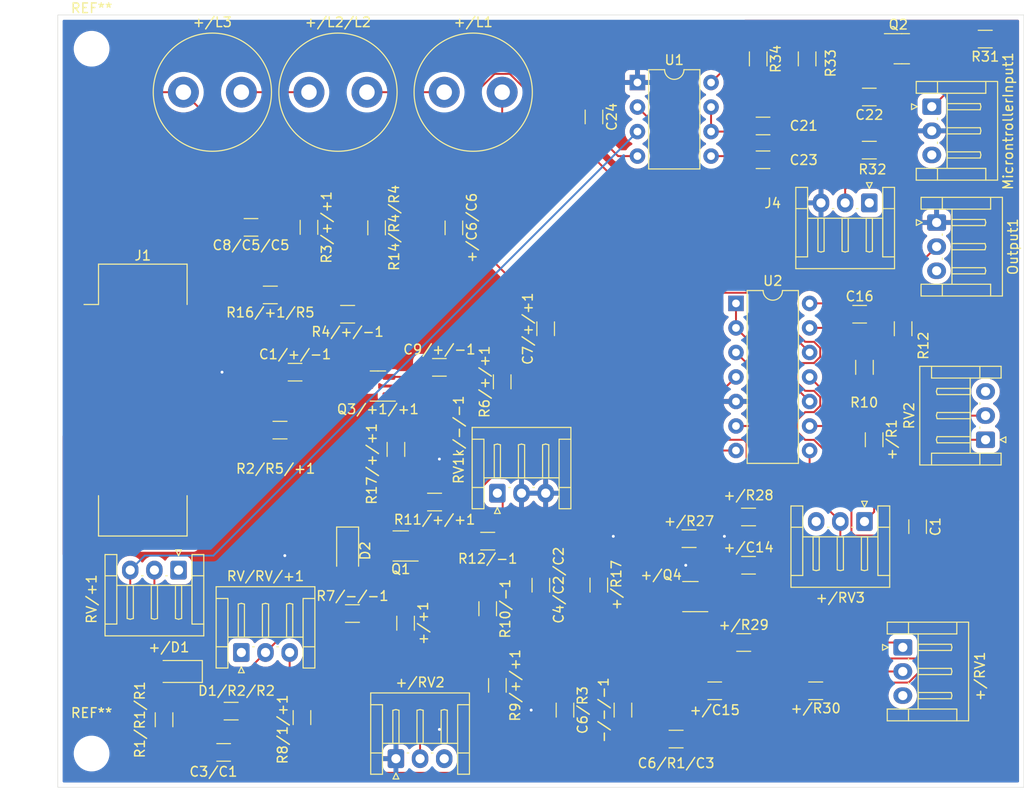
<source format=kicad_pcb>
(kicad_pcb (version 20221018) (generator pcbnew)
  (layers (0 "F.Cu" signal) (31 "B.Cu" signal) (34 "B.Paste" user) (35 "F.Paste" user) (36 "B.SilkS" user "B.Silkscreen") (37 "F.SilkS" user "F.Silkscreen") (38 "B.Mask" user) (39 "F.Mask" user) (44 "Edge.Cuts" user))
  (net 0 "")
  (net 1 "Net-(+/+1-Pad2)")
  (net 2 "GND")
  (net 3 "Net-(+/Q4-C)")
  (net 4 "Net-(D2-A)")
  (net 5 "Net-(J4-Pin_2)")
  (net 6 "Net-(U1-TR)")
  (net 7 "Net-(Q1-C)")
  (net 8 "+12V")
  (net 9 "+5V")
  (net 10 "Net-(U1-CV)")
  (net 11 "Net-(U1-DIS)")
  (net 12 "Net-(+/C15-Pad1)")
  (net 13 "Net-(+/C15-Pad2)")
  (net 14 "Net-(+/L1-Pad1)")
  (net 15 "Net-(+/D1-K)")
  (net 17 "Net-(+/D1-A)")
  (net 18 "Net-(C16-Pad1)")
  (net 19 "Net-(C16-Pad2)")
  (net 20 "Net-(+/L2/L2-Pad1)")
  (net 21 "Net-(D2-K)")
  (net 22 "-12V")
  (net 28 "Net-(MicrontrollerInput1-Pin_1)")
  (net 29 "Net-(Output1-Pin_2)")
  (net 30 "Net-(Q2-B)")
  (net 31 "Net-(+/R29-Pad1)")
  (net 32 "Net-(+/R30-Pad1)")
  (net 34 "Net-(+/RV2-Pad2)")
  (net 37 "Net-(Q1-E)")
  (net 38 "Net-(-/-/-1-Pad2)")
  (net 39 "Net-(C1/+/-1-Pad1)")
  (net 40 "Net-(R12/-1-Pad1)")
  (net 41 "Net-(Q3/+1/+1-B)")
  (net 42 "Net-(U2A-+)")
  (net 43 "Net-(U2B--)")
  (net 44 "Net-(U2A--)")
  (net 45 "Net-(U2D-+)")
  (net 46 "Net-(U2D--)")
  (net 47 "Net-(U2C--)")
  (net 48 "Net-(+/R1-Pad2)")
  (net 50 "Net-(C8/C5/C5-Pad2)")
  (net 51 "Net-(Q3/+1/+1-C)")
  (net 52 "Net-(D1/R2/R2-Pad2)")
  (net 53 "Net-(Q3/+1/+1-E)")
  (net 54 "Net-(R8/1/+1-Pad2)")
  (footprint "Connector_IDC:IDC-Header_2x08_P2.54mm_Vertical_SMD" (layer "F.Cu") (at 108.8 74.89)
    (fp_text reference "J1")
    (fp_text value "Conn_02x08_Odd_Even")
  )
  (footprint "Capacitor_SMD:C_1206_3216Metric_Pad1.33x1.80mm_HandSolder" (layer "F.Cu") (at 171.5 92)
    (fp_text reference "+/C14")
    (fp_text value "1u")
  )
  (footprint "Resistor_SMD:R_1206_3216Metric_Pad1.30x1.75mm_HandSolder" (layer "F.Cu") (at 117.94375 107.10625)
    (fp_text reference "D1/R2/R2")
    (fp_text value "1000k")
  )
  (footprint "Package_TO_SOT_SMD:SOT-23-3" (layer "F.Cu") (at 187.3625 38.5)
    (fp_text reference "Q2")
    (fp_text value "Q_NPN_ECB")
  )
  (footprint "Resistor_SMD:R_1206_3216Metric_Pad1.30x1.75mm_HandSolder" (layer "F.Cu") (at 139 85.45 180)
    (fp_text reference "R11/+/+1")
    (fp_text value "470k")
  )
  (footprint "Resistor_SMD:R_1206_3216Metric_Pad1.30x1.75mm_HandSolder" (layer "F.Cu") (at 144.5 96.5 -90)
    (fp_text reference "R10/-1")
    (fp_text value "470k")
  )
  (footprint "Capacitor_SMD:C_1206_3216Metric_Pad1.33x1.80mm_HandSolder" (layer "F.Cu") (at 184 43.5 180)
    (fp_text reference "C22")
    (fp_text value "100n")
  )
  (footprint "Capacitor_SMD:C_1206_3216Metric_Pad1.33x1.80mm_HandSolder" (layer "F.Cu") (at 173 46.5 180)
    (fp_text reference "C21")
    (fp_text value "1p")
  )
  (footprint "Resistor_SMD:R_1206_3216Metric_Pad1.30x1.75mm_HandSolder" (layer "F.Cu") (at 177.5625 39.55 -90)
    (fp_text reference "R33")
    (fp_text value "214")
  )
  (footprint "Connector_JST:JST_EH_S3B-EH_1x03_P2.50mm_Horizontal" (layer "F.Cu") (at 119 101.0325)
    (fp_text reference "RV/RV/+1")
    (fp_text value "10k")
  )
  (footprint "Resistor_SMD:R_1206_3216Metric_Pad1.30x1.75mm_HandSolder" (layer "F.Cu") (at 133 57.05 -90)
    (fp_text reference "R14/R4/R4")
    (fp_text value "1.5k")
  )
  (footprint "MountingHole:MountingHole_3.2mm_M3" (layer "F.Cu") (at 103.5 111.5)
    (fp_text reference "REF**")
    (fp_text value "MountingHole_3.2mm_M3")
  )
  (footprint "Capacitor_SMD:C_1206_3216Metric_Pad1.33x1.80mm_HandSolder" (layer "F.Cu") (at 173 50 180)
    (fp_text reference "C23")
    (fp_text value "10p")
  )
  (footprint "Diode_SMD:D_1206_3216Metric_Pad1.42x1.75mm_HandSolder" (layer "F.Cu") (at 112.5 103 180)
    (fp_text reference "+/D1")
    (fp_text value "D")
  )
  (footprint "Diode_SMD:D_1206_3216Metric_Pad1.42x1.75mm_HandSolder" (layer "F.Cu") (at 130 90.5 -90)
    (fp_text reference "D2")
    (fp_text value "C5/D2/D2")
  )
  (footprint "Resistor_SMD:R_1206_3216Metric_Pad1.30x1.75mm_HandSolder" (layer "F.Cu") (at 187.5 67.5 90)
    (fp_text reference "R12")
    (fp_text value "1k")
  )
  (footprint "Resistor_SMD:R_1206_3216Metric_Pad1.30x1.75mm_HandSolder" (layer "F.Cu") (at 130.5 97)
    (fp_text reference "R7/-/-1")
    (fp_text value "1000k")
  )
  (footprint "Connector_JST:JST_EH_S3B-EH_1x03_P2.50mm_Horizontal" (layer "F.Cu") (at 190.4675 44.5 -90)
    (fp_text reference "MicrontrollerInput1")
    (fp_text value "Conn_01x02_Pin")
  )
  (footprint "Resistor_SMD:R_1206_3216Metric_Pad1.30x1.75mm_HandSolder" (layer "F.Cu") (at 184 49)
    (fp_text reference "R32")
    (fp_text value "10k")
  )
  (footprint "Resistor_SMD:R_1206_3216Metric_Pad1.30x1.75mm_HandSolder" (layer "F.Cu") (at 171.5 87 180)
    (fp_text reference "+/R28")
    (fp_text value "100k")
  )
  (footprint "Connector_JST:JST_EH_S3B-EH_1x03_P2.50mm_Horizontal" (layer "F.Cu") (at 190.9675 56.5 -90)
    (fp_text reference "Output1")
    (fp_text value "Conn_01x02_Pin")
  )
  (footprint "Package_TO_SOT_SMD:SOT-23-3" (layer "F.Cu") (at 133.1375 73.4375 180)
    (fp_text reference "Q3/+1/+1")
    (fp_text value "Q_NPN_ECB")
  )
  (footprint "Capacitor_SMD:C_1206_3216Metric_Pad1.33x1.80mm_HandSolder" (layer "F.Cu") (at 139.5 71.5)
    (fp_text reference "C9/+/-1")
    (fp_text value "1u")
  )
  (footprint "Resistor_SMD:R_1206_3216Metric_Pad1.30x1.75mm_HandSolder" (layer "F.Cu") (at 158.5 107 -90)
    (fp_text reference "-/-/-1")
    (fp_text value "1000k")
  )
  (footprint "Connector_JST:JST_EH_S3B-EH_1x03_P2.50mm_Horizontal" (layer "F.Cu") (at 145.5 84.5325)
    (fp_text reference "RV1k/-/-1")
    (fp_text value "10k")
  )
  (footprint "MountingHole:MountingHole_3.2mm_M3" (layer "F.Cu") (at 103.5 38.5)
    (fp_text reference "REF**")
    (fp_text value "MountingHole_3.2mm_M3")
  )
  (footprint "Resistor_SMD:R_1206_3216Metric_Pad1.30x1.75mm_HandSolder" (layer "F.Cu") (at 164 110)
    (fp_text reference "C6/R1/C3")
    (fp_text value "1000k")
  )
  (footprint "Resistor_SMD:R_1206_3216Metric_Pad1.30x1.75mm_HandSolder" (layer "F.Cu") (at 178.45 105 180)
    (fp_text reference "+/R30")
    (fp_text value "100k")
  )
  (footprint "Resistor_SMD:R_1206_3216Metric_Pad1.30x1.75mm_HandSolder" (layer "F.Cu") (at 125.275 107.775 90)
    (fp_text reference "R8/1/+1")
    (fp_text value "1000k")
  )
  (footprint "Resistor_SMD:R_1206_3216Metric_Pad1.30x1.75mm_HandSolder" (layer "F.Cu") (at 172.5 39.55 -90)
    (fp_text reference "R34")
    (fp_text value "1k")
  )
  (footprint "Inductor_THT:L_Radial_D12.0mm_P6.00mm_Murata_1900R" (layer "F.Cu") (at 113 43)
    (fp_text reference "+/L3")
    (fp_text value "100m")
  )
  (footprint "Connector_JST:JST_EH_S3B-EH_1x03_P2.50mm_Horizontal" (layer "F.Cu") (at 196.0325 79 90)
    (fp_text reference "RV2")
    (fp_text value "50k")
  )
  (footprint "Connector_JST:JST_EH_S3B-EH_1x03_P2.50mm_Horizontal" (layer "F.Cu") (at 112.5 92.5 180)
    (fp_text reference "RV/+1")
    (fp_text value "10k")
  )
  (footprint "Capacitor_SMD:C_1206_3216Metric_Pad1.33x1.80mm_HandSolder" (layer "F.Cu") (at 150 94.0625 -90)
    (fp_text reference "C4/C2/C2")
    (fp_text value "10n")
  )
  (footprint "Resistor_SMD:R_1206_3216Metric_Pad1.30x1.75mm_HandSolder" (layer "F.Cu") (at 135 80 90)
    (fp_text reference "R17/+/+1")
    (fp_text value "3k")
  )
  (footprint "Connector_JST:JST_EH_S3B-EH_1x03_P2.50mm_Horizontal" (layer "F.Cu") (at 187.4675 100.5 -90)
    (fp_text reference "+/RV1")
    (fp_text value "10k")
  )
  (footprint "Capacitor_SMD:C_1206_3216Metric_Pad1.33x1.80mm_HandSolder" (layer "F.Cu") (at 189 88 -90)
    (fp_text reference "C1")
    (fp_text value "C")
  )
  (footprint "Package_DIP:DIP-14_W7.62mm" (layer "F.Cu") (at 170.2 64.875)
    (fp_text reference "U2")
    (fp_text value "TL074")
  )
  (footprint "Resistor_SMD:R_1206_3216Metric_Pad1.30x1.75mm_HandSolder" (layer "F.Cu") (at 196 37.5 180)
    (fp_text reference "R31")
    (fp_text value "10k")
  )
  (footprint "Resistor_SMD:R_1206_3216Metric_Pad1.30x1.75mm_HandSolder" (layer "F.Cu") (at 183.5 71.5 90)
    (fp_text reference "R10")
    (fp_text value "1k")
  )
  (footprint "Resistor_SMD:R_1206_3216Metric_Pad1.30x1.75mm_HandSolder" (layer "F.Cu") (at 184.5 79 -90)
    (fp_text reference "+/R1")
    (fp_text value "100k")
  )
  (footprint "Connector_JST:JST_EH_S3B-EH_1x03_P2.50mm_Horizontal" (layer "F.Cu") (at 184 54.4675 180)
    (fp_text reference "J4")
    (fp_text value "Conn_01x03_Pin")
  )
  (footprint "Capacitor_SMD:C_1206_3216Metric_Pad1.33x1.80mm_HandSolder" (layer "F.Cu") (at 117.16875 111.38125)
    (fp_text reference "C3/C1")
    (fp_text value "56n")
  )
  (footprint "Resistor_SMD:R_1206_3216Metric_Pad1.30x1.75mm_HandSolder" (layer "F.Cu") (at 123 78 180)
    (fp_text reference "R2/R5/+1")
    (fp_text value "3k")
  )
  (footprint "Capacitor_SMD:C_1206_3216Metric_Pad1.33x1.80mm_HandSolder" (layer "F.Cu") (at 150.5 67.5 90)
    (fp_text reference "C7/+/+1")
    (fp_text value "10n")
  )
  (footprint "Connector_JST:JST_EH_S3B-EH_1x03_P2.50mm_Horizontal" (layer "F.Cu") (at 183.5 87.4675 180)
    (fp_text reference "+/RV3")
    (fp_text value "10k")
  )
  (footprint "Resistor_SMD:R_1206_3216Metric_Pad1.30x1.75mm_HandSolder" (layer "F.Cu") (at 130 66 180)
    (fp_text reference "R4/+/-1")
    (fp_text value "1000k")
  )
  (footprint "Resistor_SMD:R_1206_3216Metric_Pad1.30x1.75mm_HandSolder" (layer "F.Cu") (at 122 64 180)
    (fp_text reference "R16/+1/R5")
    (fp_text value "1000k")
  )
  (footprint "Capacitor_SMD:C_1206_3216Metric_Pad1.33x1.80mm_HandSolder" (layer "F.Cu") (at 124.5625 72)
    (fp_text reference "C1/+/-1")
    (fp_text value "1u")
  )
  (footprint "Resistor_SMD:R_1206_3216Metric_Pad1.30x1.75mm_HandSolder" (layer "F.Cu") (at 136 98 -90)
    (fp_text reference "+/+1")
    (fp_text value "1000k")
  )
  (footprint "Capacitor_SMD:C_1206_3216Metric_Pad1.33x1.80mm_HandSolder" (layer "F.Cu") (at 145.5 104.4375 -90)
    (fp_text reference "R9/+/+1")
    (fp_text value "1n")
  )
  (footprint "Resistor_SMD:R_1206_3216Metric_Pad1.30x1.75mm_HandSolder" (layer "F.Cu") (at 171 100)
    (fp_text reference "+/R29")
    (fp_text value "1k")
  )
  (footprint "Capacitor_SMD:C_1206_3216Metric_Pad1.33x1.80mm_HandSolder" (layer "F.Cu") (at 168 105 180)
    (fp_text reference "+/C15")
    (fp_text value "1u")
  )
  (footprint "Resistor_SMD:R_1206_3216Metric_Pad1.30x1.75mm_HandSolder" (layer "F.Cu") (at 126 57 -90)
    (fp_text reference "R3/+/+1")
    (fp_text value "1.5k")
  )
  (footprint "Package_DIP:DIP-8_W7.62mm" (layer "F.Cu") (at 160 42)
    (fp_text reference "U1")
    (fp_text value "NE555P")
  )
  (footprint "Capacitor_SMD:C_1206_3216Metric_Pad1.33x1.80mm_HandSolder" (layer "F.Cu") (at 183 66)
    (fp_text reference "C16")
    (fp_text value "1u")
  )
  (footprint "Package_TO_SOT_SMD:SOT-23-3" (layer "F.Cu") (at 165.4825 95.245 180)
    (fp_text reference "+/Q4")
    (fp_text value "Q_NPN_ECB")
  )
  (footprint "Capacitor_SMD:C_1206_3216Metric_Pad1.33x1.80mm_HandSolder" (layer "F.Cu") (at 120 57 180)
    (fp_text reference "C8/C5/C5")
    (fp_text value "1u")
  )
  (footprint "Resistor_SMD:R_1206_3216Metric_Pad1.30x1.75mm_HandSolder" (layer "F.Cu") (at 111 108 -90)
    (fp_text reference "R1/R1/R1")
    (fp_text value "10k")
  )
  (footprint "Resistor_SMD:R_1206_3216Metric_Pad1.30x1.75mm_HandSolder" (layer "F.Cu") (at 156 94.05 -90)
    (fp_text reference "+/R17")
    (fp_text value "1k")
  )
  (footprint "Inductor_THT:L_Radial_D12.0mm_P6.00mm_Murata_1900R" (layer "F.Cu") (at 140 43)
    (fp_text reference "+/L1")
    (fp_text value "100m")
  )
  (footprint "Capacitor_SMD:C_1206_3216Metric_Pad1.33x1.80mm_HandSolder" (layer "F.Cu") (at 155.5 45.5625 -90)
    (fp_text reference "C24")
    (fp_text value "100n")
  )
  (footprint "Package_TO_SOT_SMD:SOT-23-3" (layer "F.Cu") (at 135.5 90 180)
    (fp_text reference "Q1")
    (fp_text value "Q_NPN_ECB")
  )
  (footprint "Connector_JST:JST_EH_S3B-EH_1x03_P2.50mm_Horizontal" (layer "F.Cu") (at 135 112.0325)
    (fp_text reference "+/RV2")
    (fp_text value "10k")
  )
  (footprint "Inductor_THT:L_Radial_D12.0mm_P6.00mm_Murata_1900R" (layer "F.Cu") (at 126 43)
    (fp_text reference "+/L2/L2")
    (fp_text value "100m")
  )
  (footprint "Resistor_SMD:R_1206_3216Metric_Pad1.30x1.75mm_HandSolder" (layer "F.Cu") (at 152.5 107 -90)
    (fp_text reference "C6/R3")
    (fp_text value "1000k")
  )
  (footprint "Resistor_SMD:R_1206_3216Metric_Pad1.30x1.75mm_HandSolder" (layer "F.Cu") (at 144.5 89.5 180)
    (fp_text reference "R12/-1")
    (fp_text value "100")
  )
  (footprint "Resistor_SMD:R_1206_3216Metric_Pad1.30x1.75mm_HandSolder" (layer "F.Cu") (at 146 73 90)
    (fp_text reference "R6/+/+1")
    (fp_text value "3k")
  )
  (footprint "Capacitor_SMD:C_1206_3216Metric_Pad1.33x1.80mm_HandSolder" (layer "F.Cu") (at 141 57.05 -90)
    (fp_text reference "+/C6/C6")
    (fp_text value "1n")
  )
  (footprint "Resistor_SMD:R_1206_3216Metric_Pad1.30x1.75mm_HandSolder" (layer "F.Cu") (at 165.345 89.245)
    (fp_text reference "+/R27")
    (fp_text value "100k")
  )
  (gr_rect (start 100 35) (end 200 115) (stroke (width 0.05)) (fill none) (layer "Edge.Cuts"))
  (gr_text "Trigger" (at 162.5 55.5) (layer "F.Cu") (effects (font (size 1.5 1.5) (thickness 0.3) bold) (justify left bottom)))
  (gr_text "Noise\n" (at 175 98) (layer "F.Cu") (effects (font (size 1.5 1.5) (thickness 0.3) bold) (justify left bottom)))
  (segment (start 154 72) (end 151.0625 69.0625) (width 0.2) (layer "F.Cu") (net 1))
  (segment (start 136 99.55) (end 141.1125 99.55) (width 0.2) (layer "F.Cu") (net 1))
  (segment (start 151.0625 69.0625) (end 150.5 69.0625) (width 0.2) (layer "F.Cu") (net 1))
  (segment (start 150 92.5) (end 154 88.5) (width 0.2) (layer "F.Cu") (net 1))
  (segment (start 163.5 113.5) (end 130 113.5) (width 0.2) (layer "F.Cu") (net 1))
  (segment (start 134.45 99.55) (end 136 99.55) (width 0.2) (layer "F.Cu") (net 1))
  (segment (start 164 106.5) (end 164 113) (width 0.2) (layer "F.Cu") (net 1))
  (segment (start 145.0625 102.4375) (end 145.5 102.875) (width 0.2) (layer "F.Cu") (net 1))
  (segment (start 130 113.5) (end 130 104) (width 0.2) (layer "F.Cu") (net 1))
  (segment (start 150 92.5) (end 164 106.5) (width 0.2) (layer "F.Cu") (net 1))
  (segment (start 156 92.5) (end 150 92.5) (width 0.2) (layer "F.Cu") (net 1))
  (segment (start 141.1125 99.55) (end 144 102.4375) (width 0.2) (layer "F.Cu") (net 1))
  (segment (start 144 102.4375) (end 145.0625 102.4375) (width 0.2) (layer "F.Cu") (net 1))
  (segment (start 154 88.5) (end 154 72) (width 0.2) (layer "F.Cu") (net 1))
  (segment (start 130 104) (end 134.45 99.55) (width 0.2) (layer "F.Cu") (net 1))
  (segment (start 164 113) (end 163.5 113.5) (width 0.2) (layer "F.Cu") (net 1))
  (via (at 123.5 91) (size 0.6) (drill 0.3) (layers "F.Cu" "B.Cu") (net 2))
  (via (at 117 72) (size 0.6) (drill 0.3) (layers "F.Cu" "B.Cu") (net 2))
  (via (at 157.5 89) (size 0.6) (drill 0.3) (layers "F.Cu" "B.Cu") (net 2))
  (via (at 165 92) (size 0.6) (drill 0.3) (layers "F.Cu" "B.Cu") (net 2))
  (via (at 169 89) (size 0.6) (drill 0.3) (layers "F.Cu" "B.Cu") (net 2))
  (via (at 139.5 109) (size 0.6) (drill 0.3) (layers "F.Cu" "B.Cu") (net 2))
  (via (at 149 107) (size 0.6) (drill 0.3) (layers "F.Cu" "B.Cu") (net 2))
  (via (at 139.5 81) (size 0.6) (drill 0.3) (layers "F.Cu" "B.Cu") (net 2))
  (segment (start 169.7825 92) (end 169.65 92) (width 0.2) (layer "F.Cu") (net 3))
  (segment (start 168.915 92) (end 166.62 94.295) (width 0.2) (layer "F.Cu") (net 3))
  (segment (start 169.7825 92) (end 168.915 92) (width 0.2) (layer "F.Cu") (net 3))
  (segment (start 169.65 92) (end 166.895 89.245) (width 0.2) (layer "F.Cu") (net 3))
  (segment (start 133.05 98) (end 132.05 97) (width 0.2) (layer "F.Cu") (net 4))
  (segment (start 147.875 95.625) (end 147 96.5) (width 0.2) (layer "F.Cu") (net 4))
  (segment (start 150 95.625) (end 147.875 95.625) (width 0.2) (layer "F.Cu") (net 4))
  (segment (start 147 96.5) (end 139.565686 96.5) (width 0.2) (layer "F.Cu") (net 4))
  (segment (start 132.05 97) (end 132.05 94.0375) (width 0.2) (layer "F.Cu") (net 4))
  (segment (start 138 98) (end 133.05 98) (width 0.2) (layer "F.Cu") (net 4))
  (segment (start 139.15 96.85) (end 138 98) (width 0.2) (layer "F.Cu") (net 4))
  (segment (start 139.215686 96.85) (end 139.15 96.85) (width 0.2) (layer "F.Cu") (net 4))
  (segment (start 132.05 94.0375) (end 130 91.9875) (width 0.2) (layer "F.Cu") (net 4))
  (segment (start 139.565686 96.5) (end 139.215686 96.85) (width 0.2) (layer "F.Cu") (net 4))
  (segment (start 185.5625 43.5) (end 185.5625 48.9875) (width 0.2) (layer "F.Cu") (net 5))
  (segment (start 185.55 49) (end 181.5 53.05) (width 0.2) (layer "F.Cu") (net 5))
  (segment (start 185.5625 48.9875) (end 185.55 49) (width 0.2) (layer "F.Cu") (net 5))
  (segment (start 186.225 39.45) (end 186.225 42.8375) (width 0.2) (layer "F.Cu") (net 5))
  (segment (start 181.5 53.05) (end 181.5 54.4675) (width 0.2) (layer "F.Cu") (net 5))
  (segment (start 186.225 42.8375) (end 185.5625 43.5) (width 0.2) (layer "F.Cu") (net 5))
  (segment (start 182.45 49) (end 182.45 43.5125) (width 0.2) (layer "F.Cu") (net 6))
  (segment (start 182.4375 43.5) (end 179.9625 43.5) (width 0.2) (layer "F.Cu") (net 6))
  (segment (start 160 44.54) (end 167.46 52) (width 0.2) (layer "F.Cu") (net 6))
  (segment (start 182.45 43.5125) (end 182.4375 43.5) (width 0.2) (layer "F.Cu") (net 6))
  (segment (start 167.46 52) (end 179.45 52) (width 0.2) (layer "F.Cu") (net 6))
  (segment (start 179.45 52) (end 182.45 49) (width 0.2) (layer "F.Cu") (net 6))
  (segment (start 179.9625 43.5) (end 177.5625 41.1) (width 0.2) (layer "F.Cu") (net 6))
  (segment (start 143.175 58.6125) (end 150.5 65.9375) (width 0.2) (layer "F.Cu") (net 7))
  (segment (start 141 58.6125) (end 140.9875 58.6) (width 0.2) (layer "F.Cu") (net 7))
  (segment (start 136.95 89.05) (end 140.55 85.45) (width 0.2) (layer "F.Cu") (net 7))
  (segment (start 148 67.5) (end 149.5625 65.9375) (width 0.2) (layer "F.Cu") (net 7))
  (segment (start 141 58.6125) (end 143.175 58.6125) (width 0.2) (layer "F.Cu") (net 7))
  (segment (start 136.6375 89.05) (end 136.95 89.05) (width 0.2) (layer "F.Cu") (net 7))
  (segment (start 129.5 57) (end 121.5625 57) (width 0.2) (layer "F.Cu") (net 7))
  (segment (start 149.5625 65.9375) (end 150.5 65.9375) (width 0.2) (layer "F.Cu") (net 7))
  (segment (start 140.9875 58.6) (end 133 58.6) (width 0.2) (layer "F.Cu") (net 7))
  (segment (start 146 53.6125) (end 146 43) (width 0.2) (layer "F.Cu") (net 7))
  (segment (start 140.55 85.45) (end 148 78) (width 0.2) (layer "F.Cu") (net 7))
  (segment (start 148 78) (end 148 67.5) (width 0.2) (layer "F.Cu") (net 7))
  (segment (start 131.1 58.6) (end 129.5 57) (width 0.2) (layer "F.Cu") (net 7))
  (segment (start 133 58.6) (end 131.1 58.6) (width 0.2) (layer "F.Cu") (net 7))
  (segment (start 141 58.6125) (end 146 53.6125) (width 0.2) (layer "F.Cu") (net 7))
  (segment (start 186.577817 88.922183) (end 187.5 88) (width 0.2) (layer "F.Cu") (net 8))
  (segment (start 182.15 88.584314) (end 182.487869 88.922183) (width 0.2) (layer "F.Cu") (net 8))
  (segment (start 171 79) (end 169 79) (width 0.2) (layer "F.Cu") (net 8))
  (segment (start 178.275635 76.135) (end 177.364365 76.135) (width 0.2) (layer "F.Cu") (net 8))
  (segment (start 182.15 82.889365) (end 182.15 88.584314) (width 0.2) (layer "F.Cu") (net 8))
  (segment (start 176.5 76.999365) (end 176.5 78.150635) (width 0.2) (layer "F.Cu") (net 8))
  (segment (start 178.275635 71.055) (end 176.445 71.055) (width 0.2) (layer "F.Cu") (net 8))
  (segment (start 105 76.16) (end 102.16 76.16) (width 0.2) (layer "F.Cu") (net 8))
  (segment (start 183.35 104.15) (end 180.5 107) (width 0.2) (layer "F.Cu") (net 8))
  (segment (start 187.5 88) (end 190.5 88) (width 0.2) (layer "F.Cu") (net 8))
  (segment (start 133 55.5) (end 126.05 55.5) (width 0.2) (layer "F.Cu") (net 8))
  (segment (start 178.92 70.410635) (end 178.275635 71.055) (width 0.2) (layer "F.Cu") (net 8))
  (segment (start 178.92 75.490635) (end 178.275635 76.135) (width 0.2) (layer "F.Cu") (net 8))
  (segment (start 141 55.4875) (end 141 45.312994) (width 0.2) (layer "F.Cu") (net 8))
  (segment (start 178.275635 68.855) (end 178.92 69.499365) (width 0.2) (layer "F.Cu") (net 8))
  (segment (start 177.364365 73.935) (end 178.275635 73.935) (width 0.2) (layer "F.Cu") (net 8))
  (segment (start 163.795 89.245) (end 171.3 81.74) (width 0.2) (layer "F.Cu") (net 8))
  (segment (start 182.487869 88.922183) (end 186.577817 88.922183) (width 0.2) (layer "F.Cu") (net 8))
  (segment (start 190.5 88) (end 191 88.5) (width 0.2) (layer "F.Cu") (net 8))
  (segment (start 180.5 107) (end 179.5 107) (width 0.2) (layer "F.Cu") (net 8))
  (segment (start 126.05 55.5) (end 126 55.45) (width 0.2) (layer "F.Cu") (net 8))
  (segment (start 133.0125 55.4875) (end 133 55.5) (width 0.2) (layer "F.Cu") (net 8))
  (segment (start 113 43) (end 106 43) (width 0.2) (layer "F.Cu") (net 8))
  (segment (start 178.5 106) (end 178.5 103.597183) (width 0.2) (layer "F.Cu") (net 8))
  (segment (start 125.45 55.45) (end 113 43) (width 0.2) (layer "F.Cu") (net 8))
  (segment (start 171.3 81.74) (end 171.3 79.3) (width 0.2) (layer "F.Cu") (net 8))
  (segment (start 101.5 75.5) (end 101.5 47.5) (width 0.2) (layer "F.Cu") (net 8))
  (segment (start 169 79) (end 168 78) (width 0.2) (layer "F.Cu") (net 8))
  (segment (start 163 96.5) (end 163 90.04) (width 0.2) (layer "F.Cu") (net 8))
  (segment (start 168 74.695) (end 170.2 72.495) (width 0.2) (layer "F.Cu") (net 8))
  (segment (start 163 90.04) (end 163.795 89.245) (width 0.2) (layer "F.Cu") (net 8))
  (segment (start 178.92 69.499365) (end 178.92 70.410635) (width 0.2) (layer "F.Cu") (net 8))
  (segment (start 176.445 71.055) (end 176.445 73.015635) (width 0.2) (layer "F.Cu") (net 8))
  (segment (start 146.787006 41.1) (end 163.5 57.812994) (width 0.2) (layer "F.Cu") (net 8))
  (segment (start 112.6 76.16) (end 105 76.16) (width 0.2) (layer "F.Cu") (net 8))
  (segment (start 178.275635 79.015) (end 182.15 82.889365) (width 0.2) (layer "F.Cu") (net 8))
  (segment (start 102.16 76.16) (end 101.5 75.5) (width 0.2) (layer "F.Cu") (net 8))
  (segment (start 177.364365 68.855) (end 178.275635 68.855) (width 0.2) (layer "F.Cu") (net 8))
  (segment (start 178.5 103.597183) (end 178.402817 103.5) (width 0.2) (layer "F.Cu") (net 8))
  (segment (start 179.5 107) (end 178.5 106) (width 0.2) (layer "F.Cu") (net 8))
  (segment (start 163.5 57.812994) (end 166.322359 57.812994) (width 0.2) (layer "F.Cu") (net 8))
  (segment (start 168 78) (end 168 74.695) (width 0.2) (layer "F.Cu") (net 8))
  (segment (start 191 101.218846) (end 188.068846 104.15) (width 0.2) (layer "F.Cu") (net 8))
  (segment (start 176.445 73.015635) (end 177.364365 73.935) (width 0.2) (layer "F.Cu") (net 8))
  (segment (start 177.364365 79.015) (end 178.275635 79.015) (width 0.2) (layer "F.Cu") (net 8))
  (segment (start 141 55.4875) (end 133.0125 55.4875) (width 0.2) (layer "F.Cu") (net 8))
  (segment (start 170 103.5) (end 163 96.5) (width 0.2) (layer "F.Cu") (net 8))
  (segment (start 178.275635 73.935) (end 178.92 74.579365) (width 0.2) (layer "F.Cu") (net 8))
  (segment (start 166.322359 57.812994) (end 177.364365 68.855) (width 0.2) (layer "F.Cu") (net 8))
  (segment (start 188.068846 104.15) (end 183.35 104.15) (width 0.2) (layer "F.Cu") (net 8))
  (segment (start 178.402817 103.5) (end 170 103.5) (width 0.2) (layer "F.Cu") (net 8))
  (segment (start 178.92 74.579365) (end 178.92 75.490635) (width 0.2) (layer "F.Cu") (net 8))
  (segment (start 176.5 78.150635) (end 177.364365 79.015) (width 0.2) (layer "F.Cu") (net 8))
  (segment (start 145.212994 41.1) (end 146.787006 41.1) (width 0.2) (layer "F.Cu") (net 8))
  (segment (start 191 88.5) (end 191 101.218846) (width 0.2) (layer "F.Cu") (net 8))
  (segment (start 177.364365 76.135) (end 176.5 76.999365) (width 0.2) (layer "F.Cu") (net 8))
  (segment (start 141 45.312994) (end 145.212994 41.1) (width 0.2) (layer "F.Cu") (net 8))
  (segment (start 171.3 79.3) (end 171 79) (width 0.2) (layer "F.Cu") (net 8))
  (segment (start 126 55.45) (end 125.45 55.45) (width 0.2) (layer "F.Cu") (net 8))
  (segment (start 101.5 47.5) (end 106 43) (width 0.2) (layer "F.Cu") (net 8))
  (segment (start 172.5 38) (end 171.62 38) (width 0.2) (layer "F.Cu") (net 9))
  (segment (start 152 43.625) (end 152 36) (width 0.2) (layer "F.Cu") (net 9))
  (segment (start 101 78) (end 101 46.5) (width 0.2) (layer "F.Cu") (net 9))
  (segment (start 171.62 38) (end 167.62 42) (width 0.2) (layer "F.Cu") (net 9))
  (segment (start 155.5 47.125) (end 152 43.625) (width 0.2) (layer "F.Cu") (net 9))
  (segment (start 105 78.7) (end 112.6 78.7) (width 0.2) (layer "F.Cu") (net 9))
  (segment (start 160 49.62) (end 157.995 49.62) (width 0.2) (layer "F.Cu") (net 9))
  (segment (start 152 36) (end 170.5 36) (width 0.2) (layer "F.Cu") (net 9))
  (segment (start 157.995 49.62) (end 155.5 47.125) (width 0.2) (layer "F.Cu") (net 9))
  (segment (start 101 46.5) (end 111.5 36) (width 0.2) (layer "F.Cu") (net 9))
  (segment (start 111.5 36) (end 152 36) (width 0.2) (layer "F.Cu") (net 9))
  (segment (start 101.7 78.7) (end 101 78) (width 0.2) (layer "F.Cu") (net 9))
  (segment (start 105 78.7) (end 101.7 78.7) (width 0.2) (layer "F.Cu") (net 9))
  (segment (start 177.5625 38) (end 172.5 38) (width 0.2) (layer "F.Cu") (net 9))
  (segment (start 172.5 38) (end 170.5 36) (width 0.2) (layer "F.Cu") (net 9))
  (segment (start 171.4375 50) (end 171.0575 49.62) (width 0.2) (layer "F.Cu") (net 10))
  (segment (start 171.0575 49.62) (end 167.62 49.62) (width 0.2) (layer "F.Cu") (net 10))
  (segment (start 172.5 45.4375) (end 171.4375 46.5) (width 0.2) (layer "F.Cu") (net 11))
  (segment (start 170.8575 47.08) (end 167.62 47.08) (width 0.2) (layer "F.Cu") (net 11))
  (segment (start 167.62 47.08) (end 167.62 44.54) (width 0.2) (layer "F.Cu") (net 11))
  (segment (start 171.4375 46.5) (end 170.8575 47.08) (width 0.2) (layer "F.Cu") (net 11))
  (segment (start 172.5 41.55) (end 172.5 45.4375) (width 0.2) (layer "F.Cu") (net 11))
  (segment (start 160.5 86) (end 166.385 80.115) (width 0.2) (layer "F.Cu") (net 12))
  (segment (start 160.5 95.5) (end 160.5 86) (width 0.2) (layer "F.Cu") (net 12))
  (segment (start 166.385 80.115) (end 170.2 80.115) (width 0.2) (layer "F.Cu") (net 12))
  (segment (start 169.5625 105) (end 169.5625 104.5625) (width 0.2) (layer "F.Cu") (net 12))
  (segment (start 169.5625 104.5625) (end 160.5 95.5) (width 0.2) (layer "F.Cu") (net 12))
  (segment (start 176.9 105) (end 169.5625 105) (width 0.2) (layer "F.Cu") (net 12))
  (segment (start 165.4 105) (end 156 95.6) (width 0.2) (layer "F.Cu") (net 13))
  (segment (start 166.4375 105) (end 165.4 105) (width 0.2) (layer "F.Cu") (net 13))
  (segment (start 132 43) (end 140 43) (width 0.2) (layer "F.Cu") (net 14))
  (segment (start 113.9875 105.4875) (end 115.60625 107.10625) (width 0.2) (layer "F.Cu") (net 15))
  (segment (start 110 99.0125) (end 110 92.5) (width 0.2) (layer "F.Cu") (net 15))
  (segment (start 115.60625 107.10625) (end 116.39375 107.10625) (width 0.2) (layer "F.Cu") (net 15))
  (segment (start 113.9875 103) (end 113.9875 105.4875) (width 0.2) (layer "F.Cu") (net 15))
  (segment (start 113.9875 103) (end 110 99.0125) (width 0.2) (layer "F.Cu") (net 15))
  (segment (start 116.39375 107.10625) (end 115.60625 107.89375) (width 0.2) (layer "F.Cu") (net 15))
  (segment (start 115.60625 107.89375) (end 115.60625 111.38125) (width 0.2) (layer "F.Cu") (net 15))
  (segment (start 111.0125 103) (end 111 103.0125) (width 0.2) (layer "F.Cu") (net 17))
  (segment (start 107.5 99.4875) (end 107.5 92.5) (width 0.2) (layer "F.Cu") (net 17))
  (segment (start 111.0125 103) (end 107.5 99.4875) (width 0.2) (layer "F.Cu") (net 17))
  (segment (start 111 103.0125) (end 111 106.45) (width 0.2) (layer "F.Cu") (net 17))
  (segment (start 160 47.08) (end 160 47.102817) (width 0.2) (layer "B.Cu") (net 17))
  (segment (start 116.102817 91) (end 109 91) (width 0.2) (layer "B.Cu") (net 17))
  (segment (start 109 91) (end 107.5 92.5) (width 0.2) (layer "B.Cu") (net 17))
  (segment (start 160 47.102817) (end 116.102817 91) (width 0.2) (layer "B.Cu") (net 17))
  (segment (start 185 68.5) (end 193 76.5) (width 0.2) (layer "F.Cu") (net 18))
  (segment (start 181.4375 66) (end 183.9375 68.5) (width 0.2) (layer "F.Cu") (net 18))
  (segment (start 180.3125 64.875) (end 177.82 64.875) (width 0.2) (layer "F.Cu") (net 18))
  (segment (start 181.4375 66) (end 180.3125 64.875) (width 0.2) (layer "F.Cu") (net 18))
  (segment (start 193 76.5) (end 196.0325 76.5) (width 0.2) (layer "F.Cu") (net 18))
  (segment (start 183.9375 68.5) (end 185 68.5) (width 0.2) (layer "F.Cu") (net 18))
  (segment (start 187.5 65.95) (end 184.6125 65.95) (width 0.2) (layer "F.Cu") (net 19))
  (segment (start 184.6125 65.95) (end 184.5625 66) (width 0.2) (layer "F.Cu") (net 19))
  (segment (start 119 43) (end 126 43) (width 0.2) (layer "F.Cu") (net 20))
  (segment (start 130.9875 90) (end 130 89.0125) (width 0.2) (layer "F.Cu") (net 21))
  (segment (start 136 96.45) (end 134.3625 94.8125) (width 0.2) (layer "F.Cu") (net 21))
  (segment (start 136 96.45) (end 139.05 96.45) (width 0.2) (layer "F.Cu") (net 21))
  (segment (start 144.45 95) (end 144.5 94.95) (width 0.2) (layer "F.Cu") (net 21))
  (segment (start 134.3625 88.5375) (end 137.45 85.45) (width 0.2) (layer "F.Cu") (net 21))
  (segment (start 134.3625 94.8125) (end 134.3625 90) (width 0.2) (layer "F.Cu") (net 21))
  (segment (start 134.3625 90) (end 134.3625 88.5375) (width 0.2) (layer "F.Cu") (net 21))
  (segment (start 139.05 96.45) (end 140.5 95) (width 0.2) (layer "F.Cu") (net 21))
  (segment (start 140.5 95) (end 144.45 95) (width 0.2) (layer "F.Cu") (net 21))
  (segment (start 134.3625 90) (end 130.9875 90) (width 0.2) (layer "F.Cu") (net 21))
  (segment (start 186 76.5) (end 187.5 76.5) (width 0.2) (layer "F.Cu") (net 22))
  (segment (start 119 70) (end 115 66) (width 0.2) (layer "F.Cu") (net 22))
  (segment (start 199 109) (end 194 114) (width 0.2) (layer "F.Cu") (net 22))
  (segment (start 103.5 105.5) (end 101 105.5) (width 0.2) (layer "F.Cu") (net 22))
  (segment (start 119 85) (end 119 70) (width 0.2) (layer "F.Cu") (net 22))
  (segment (start 107.5 114) (end 107.5 109) (width 0.2) (layer "F.Cu") (net 22))
  (segment (start 194 114) (end 107.5 114) (width 0.2) (layer "F.Cu") (net 22))
  (segment (start 101 91.5) (end 102.5 90) (width 0.2) (layer "F.Cu") (net 22))
  (segment (start 177.82 72.495) (end 181.325 76) (width 0.2) (layer "F.Cu") (net 22))
  (segment (start 114 90) (end 119 85) (width 0.2) (layer "F.Cu") (net 22))
  (segment (start 107 109) (end 103.5 105.5) (width 0.2) (layer "F.Cu") (net 22))
  (segment (start 199 88) (end 199 109) (width 0.2) (layer "F.Cu") (net 22))
  (segment (start 187.5 76.5) (end 199 88) (width 0.2) (layer "F.Cu") (net 22))
  (segment (start 181.325 76) (end 185.5 76) (width 0.2) (layer "F.Cu") (net 22))
  (segment (start 102.5 90) (end 114 90) (width 0.2) (layer "F.Cu") (net 22))
  (segment (start 105 66) (end 112.6 66) (width 0.2) (layer "F.Cu") (net 22))
  (segment (start 107.5 109) (end 107 109) (width 0.2) (layer "F.Cu") (net 22))
  (segment (start 185.5 76) (end 186 76.5) (width 0.2) (layer "F.Cu") (net 22))
  (segment (start 115 66) (end 112.6 66) (width 0.2) (layer "F.Cu") (net 22))
  (segment (start 101 105.5) (end 101 91.5) (width 0.2) (layer "F.Cu") (net 22))
  (segment (start 190.55 44.5) (end 197.55 37.5) (width 0.2) (layer "F.Cu") (net 28))
  (segment (start 190.4675 44.5) (end 190.55 44.5) (width 0.2) (layer "F.Cu") (net 28))
  (segment (start 189 60.9675) (end 189 68) (width 0.2) (layer "F.Cu") (net 29))
  (segment (start 190.9675 59) (end 189 60.9675) (width 0.2) (layer "F.Cu") (net 29))
  (segment (start 189 68) (end 187.95 69.05) (width 0.2) (layer "F.Cu") (net 29))
  (segment (start 187.95 69.05) (end 187.5 69.05) (width 0.2) (layer "F.Cu") (net 29))
  (segment (start 189.5 37.5) (end 188.5 38.5) (width 0.2) (layer "F.Cu") (net 30))
  (segment (start 194.45 37.5) (end 189.5 37.5) (width 0.2) (layer "F.Cu") (net 30))
  (segment (start 182 90) (end 181 89) (width 0.2) (layer "F.Cu") (net 31))
  (segment (start 190 101) (end 190 90.5625) (width 0.2) (layer "F.Cu") (net 31))
  (segment (start 169.45 100) (end 171.1 101.65) (width 0.2) (layer "F.Cu") (net 31))
  (segment (start 188.5625 90) (end 182 90) (width 0.2) (layer "F.Cu") (net 31))
  (segment (start 181 89) (end 181 87.4675) (width 0.2) (layer "F.Cu") (net 31))
  (segment (start 171.1 101.65) (end 189.35 101.65) (width 0.2) (layer "F.Cu") (net 31))
  (segment (start 189.35 101.65) (end 190 101) (width 0.2) (layer "F.Cu") (net 31))
  (segment (start 190 90.5625) (end 189 89.5625) (width 0.2) (layer "F.Cu") (net 31))
  (segment (start 177.82 80.115) (end 177.82 84.2875) (width 0.2) (layer "F.Cu") (net 31))
  (segment (start 177.82 84.2875) (end 181 87.4675) (width 0.2) (layer "F.Cu") (net 31))
  (segment (start 189 89.5625) (end 188.5625 90) (width 0.2) (layer "F.Cu") (net 31))
  (segment (start 187.4675 103) (end 182 103) (width 0.2) (layer "F.Cu") (net 32))
  (segment (start 182 103) (end 180 105) (width 0.2) (layer "F.Cu") (net 32))
  (segment (start 151.05 104) (end 140 104) (width 0.2) (layer "F.Cu") (net 34))
  (segment (start 145.1 98.05) (end 144.5 98.05) (width 0.2) (layer "F.Cu") (net 34))
  (segment (start 140 104) (end 137.5 106.5) (width 0.2) (layer "F.Cu") (net 34))
  (segment (start 152.5 105.45) (end 145.1 98.05) (width 0.2) (layer "F.Cu") (net 34))
  (segment (start 158.5 105.45) (end 152.5 105.45) (width 0.2) (layer "F.Cu") (net 34))
  (segment (start 137.5 106.5) (end 137.5 112.0325) (width 0.2) (layer "F.Cu") (net 34))
  (segment (start 152.5 105.45) (end 151.05 104) (width 0.2) (layer "F.Cu") (net 34))
  (segment (start 136.6375 90.95) (end 141.5 90.95) (width 0.2) (layer "F.Cu") (net 37))
  (segment (start 141.5 90.95) (end 142.95 89.5) (width 0.2) (layer "F.Cu") (net 37))
  (segment (start 159.95 110) (end 158.5 108.55) (width 0.2) (layer "F.Cu") (net 38))
  (segment (start 145.5 107) (end 145.5 106) (width 0.2) (layer "F.Cu") (net 38))
  (segment (start 149 110.5) (end 157 110.5) (width 0.2) (layer "F.Cu") (net 38))
  (segment (start 158.5 109) (end 158.5 108.55) (width 0.2) (layer "F.Cu") (net 38))
  (segment (start 162.45 110) (end 159.95 110) (width 0.2) (layer "F.Cu") (net 38))
  (segment (start 157 110.5) (end 158.5 109) (width 0.2) (layer "F.Cu") (net 38))
  (segment (start 149 110.5) (end 145.5 107) (width 0.2) (layer "F.Cu") (net 38))
  (segment (start 123.55 71.45) (end 123 72) (width 0.2) (layer "F.Cu") (net 39))
  (segment (start 123.55 64) (end 123.55 71.45) (width 0.2) (layer "F.Cu") (net 39))
  (segment (start 146.05 85.0825) (end 145.5 84.5325) (width 0.2) (layer "F.Cu") (net 40))
  (segment (start 146.05 89.5) (end 146.05 85.0825) (width 0.2) (layer "F.Cu") (net 40))
  (segment (start 127.5625 73.4375) (end 126.125 72) (width 0.2) (layer "F.Cu") (net 41))
  (segment (start 126.125 72) (end 126.125 68.325) (width 0.2) (layer "F.Cu") (net 41))
  (segment (start 126.125 68.325) (end 128.45 66) (width 0.2) (layer "F.Cu") (net 41))
  (segment (start 132 73.4375) (end 127.5625 73.4375) (width 0.2) (layer "F.Cu") (net 41))
  (segment (start 173.05 91.9875) (end 173.05 87) (width 0.2) (layer "F.Cu") (net 42))
  (segment (start 173.0625 92) (end 173.05 91.9875) (width 0.2) (layer "F.Cu") (net 42))
  (segment (start 173.05 72.805) (end 170.2 69.955) (width 0.2) (layer "F.Cu") (net 42))
  (segment (start 173.05 87) (end 173.05 72.805) (width 0.2) (layer "F.Cu") (net 42))
  (segment (start 172.55 100) (end 171.5 98.95) (width 0.2) (layer "F.Cu") (net 43))
  (segment (start 171.5 83.5) (end 172.5 82.5) (width 0.2) (layer "F.Cu") (net 43))
  (segment (start 171.5 98.95) (end 171.5 83.5) (width 0.2) (layer "F.Cu") (net 43))
  (segment (start 172.5 78) (end 172.075 77.575) (width 0.2) (layer "F.Cu") (net 43))
  (segment (start 187.4675 100.5) (end 186.9675 100) (width 0.2) (layer "F.Cu") (net 43))
  (segment (start 172.075 77.575) (end 170.2 77.575) (width 0.2) (layer "F.Cu") (net 43))
  (segment (start 186.9675 100) (end 172.55 100) (width 0.2) (layer "F.Cu") (net 43))
  (segment (start 172.5 82.5) (end 172.5 78) (width 0.2) (layer "F.Cu") (net 43))
  (segment (start 170.2 67.415) (end 170.2 64.875) (width 0.2) (layer "F.Cu") (net 44))
  (segment (start 177.82 75.035) (end 170.2 67.415) (width 0.2) (layer "F.Cu") (net 44))
  (segment (start 131.647183 98.4) (end 131.1 97.852817) (width 0.2) (layer "F.Cu") (net 45))
  (segment (start 151.2 96.265317) (end 150.565317 96.9) (width 0.2) (layer "F.Cu") (net 45))
  (segment (start 138.152817 89.65) (end 135.938604 89.65) (width 0.2) (layer "F.Cu") (net 45))
  (segment (start 131.1 97.852817) (end 131.1 96.147183) (width 0.2) (layer "F.Cu") (net 45))
  (segment (start 134.225 84.275) (end 140 78.5) (width 0.2) (layer "F.Cu") (net 45))
  (segment (start 128.825 88.322183) (end 132.872183 84.275) (width 0.2) (layer "F.Cu") (net 45))
  (segment (start 140 78.5) (end 140 72.5625) (width 0.2) (layer "F.Cu") (net 45))
  (segment (start 135.675 92.840686) (end 147.300369 92.840686) (width 0.2) (layer "F.Cu") (net 45))
  (segment (start 135.938604 89.65) (end 135.675 89.913604) (width 0.2) (layer "F.Cu") (net 45))
  (segment (start 147.300369 92.840686) (end 149.122183 94.6625) (width 0.2) (layer "F.Cu") (net 45))
  (segment (start 150.565317 96.9) (end 139.731372 96.9) (width 0.2) (layer "F.Cu") (net 45))
  (segment (start 150.877817 94.6625) (end 151.2 94.984683) (width 0.2) (layer "F.Cu") (net 45))
  (segment (start 138.231372 98.4) (end 131.647183 98.4) (width 0.2) (layer "F.Cu") (net 45))
  (segment (start 139.731372 96.9) (end 138.231372 98.4) (width 0.2) (layer "F.Cu") (net 45))
  (segment (start 149.122183 94.6625) (end 150.877817 94.6625) (width 0.2) (layer "F.Cu") (net 45))
  (segment (start 177.82 69.955) (end 171.64 63.775) (width 0.2) (layer "F.Cu") (net 45))
  (segment (start 149.622183 68.1) (end 149.3 68.422183) (width 0.2) (layer "F.Cu") (net 45))
  (segment (start 149.3 68.422183) (end 149.3 78.502817) (width 0.2) (layer "F.Cu") (net 45))
  (segment (start 171.64 63.775) (end 160.725 63.775) (width 0.2) (layer "F.Cu") (net 45))
  (segment (start 156.4 68.1) (end 149.622183 68.1) (width 0.2) (layer "F.Cu") (net 45))
  (segment (start 132.872183 84.275) (end 134.225 84.275) (width 0.2) (layer "F.Cu") (net 45))
  (segment (start 140 72.5625) (end 141.0625 71.5) (width 0.2) (layer "F.Cu") (net 45))
  (segment (start 149.3 78.502817) (end 138.152817 89.65) (width 0.2) (layer "F.Cu") (net 45))
  (segment (start 131.1 96.147183) (end 128.825 93.872183) (width 0.2) (layer "F.Cu") (net 45))
  (segment (start 141.1125 71.45) (end 146 71.45) (width 0.2) (layer "F.Cu") (net 45))
  (segment (start 141.0625 71.5) (end 141.1125 71.45) (width 0.2) (layer "F.Cu") (net 45))
  (segment (start 160.725 63.775) (end 156.4 68.1) (width 0.2) (layer "F.Cu") (net 45))
  (segment (start 128.825 93.872183) (end 128.825 88.322183) (width 0.2) (layer "F.Cu") (net 45))
  (segment (start 151.2 94.984683) (end 151.2 96.265317) (width 0.2) (layer "F.Cu") (net 45))
  (segment (start 135.675 89.913604) (end 135.675 92.840686) (width 0.2) (layer "F.Cu") (net 45))
  (segment (start 183.5 69.95) (end 188.5 74.95) (width 0.2) (layer "F.Cu") (net 46))
  (segment (start 180.965 67.415) (end 177.82 67.415) (width 0.2) (layer "F.Cu") (net 46))
  (segment (start 188.5 75) (end 192.5 79) (width 0.2) (layer "F.Cu") (net 46))
  (segment (start 188.5 74.95) (end 188.5 75) (width 0.2) (layer "F.Cu") (net 46))
  (segment (start 183.5 69.95) (end 180.965 67.415) (width 0.2) (layer "F.Cu") (net 46))
  (segment (start 192.5 79) (end 196.0325 79) (width 0.2) (layer "F.Cu") (net 46))
  (segment (start 184.375 77.575) (end 184.5 77.45) (width 0.2) (layer "F.Cu") (net 47))
  (segment (start 185.95 77.45) (end 184.5 77.45) (width 0.2) (layer "F.Cu") (net 47))
  (segment (start 177.82 77.575) (end 184.375 77.575) (width 0.2) (layer "F.Cu") (net 47))
  (segment (start 189 86.4375) (end 187.5 84.9375) (width 0.2) (layer "F.Cu") (net 47))
  (segment (start 187.5 84.9375) (end 187.5 79) (width 0.2) (layer "F.Cu") (net 47))
  (segment (start 187.5 79) (end 185.95 77.45) (width 0.2) (layer "F.Cu") (net 47))
  (segment (start 184.5 80.55) (end 184.5 86.4675) (width 0.2) (layer "F.Cu") (net 48))
  (segment (start 184.5 86.4675) (end 183.5 87.4675) (width 0.2) (layer "F.Cu") (net 48))
  (segment (start 120.45 77) (end 121.45 78) (width 0.2) (layer "F.Cu") (net 50))
  (segment (start 120.45 64) (end 120.45 77) (width 0.2) (layer "F.Cu") (net 50))
  (segment (start 118.4375 57) (end 118.4375 61.9875) (width 0.2) (layer "F.Cu") (net 50))
  (segment (start 118.4375 61.9875) (end 120.45 64) (width 0.2) (layer "F.Cu") (net 50))
  (segment (start 131.55 66) (end 131.55 69.7625) (width 0.2) (layer "F.Cu") (net 51))
  (segment (start 136.95 72.4875) (end 137.9375 71.5) (width 0.2) (layer "F.Cu") (net 51))
  (segment (start 131.55 69.7625) (end 134.275 72.4875) (width 0.2) (layer "F.Cu") (net 51))
  (segment (start 131.55 66) (end 131.55 64.1) (width 0.2) (layer "F.Cu") (net 51))
  (segment (start 134.275 72.4875) (end 136.95 72.4875) (width 0.2) (layer "F.Cu") (net 51))
  (segment (start 131.55 64.1) (end 126 58.55) (width 0.2) (layer "F.Cu") (net 51))
  (segment (start 119.49375 107.10625) (end 120.16875 106.43125) (width 0.2) (layer "F.Cu") (net 52))
  (segment (start 120.16875 106.43125) (end 120.16875 102.36375) (width 0.2) (layer "F.Cu") (net 52))
  (segment (start 121.5 101.0325) (end 125.5325 97) (width 0.2) (layer "F.Cu") (net 52))
  (segment (start 120.16875 102.36375) (end 121.5 101.0325) (width 0.2) (layer "F.Cu") (net 52))
  (segment (start 125.5325 97) (end 128.95 97) (width 0.2) (layer "F.Cu") (net 52))
  (segment (start 135 75.1125) (end 134.275 74.3875) (width 0.2) (layer "F.Cu") (net 53))
  (segment (start 135 78.45) (end 135 75.1125) (width 0.2) (layer "F.Cu") (net 53))
  (segment (start 124 104.95) (end 124 101.0325) (width 0.2) (layer "F.Cu") (net 54))
  (segment (start 125.275 106.225) (end 124 104.95) (width 0.2) (layer "F.Cu") (net 54))
  (zone (net 2) (net_name "GND") (layer "F.Cu") (connect_pads (clearance 0.5)) (min_thickness 0.25) (fill yes (thermal_gap 0.5) (thermal_bridge_width 0.5))
    (polygon (pts (xy 200 115) (xy 200 35) (xy 100 35) (xy 100 115)))
  )
  (zone (net 2) (net_name "GND") (layer "B.Cu") (priority 1) (connect_pads (clearance 0.5)) (min_thickness 0.25) (fill yes (thermal_gap 0.5) (thermal_bridge_width 0.5))
    (polygon (pts (xy 100 35) (xy 200 35) (xy 200 115) (xy 100 115)))
  )
)
</source>
